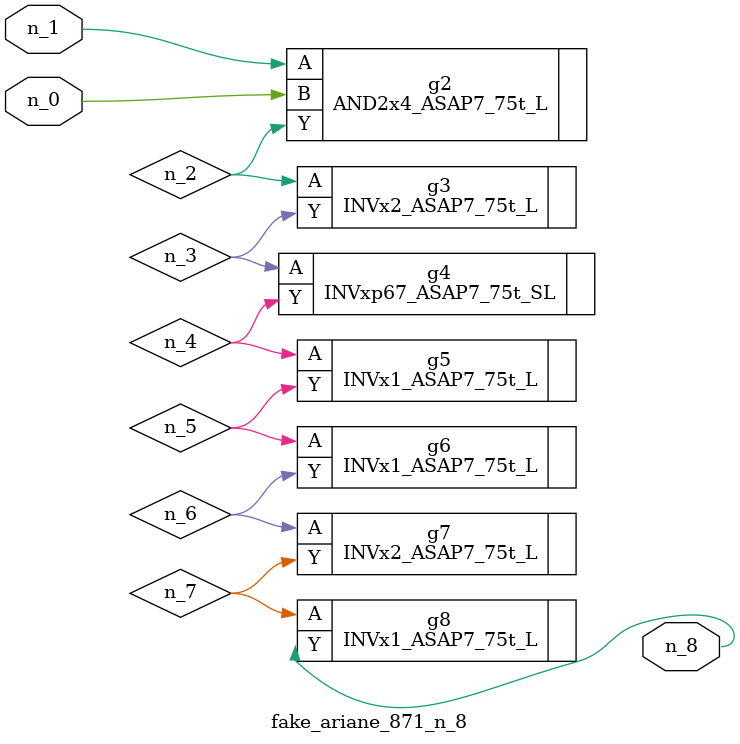
<source format=v>
module fake_ariane_871_n_8 (n_1, n_0, n_8);

input n_1;
input n_0;

output n_8;

wire n_3;
wire n_2;
wire n_7;
wire n_5;
wire n_6;
wire n_4;

AND2x4_ASAP7_75t_L g2 ( 
.A(n_1),
.B(n_0),
.Y(n_2)
);

INVx2_ASAP7_75t_L g3 ( 
.A(n_2),
.Y(n_3)
);

INVxp67_ASAP7_75t_SL g4 ( 
.A(n_3),
.Y(n_4)
);

INVx1_ASAP7_75t_L g5 ( 
.A(n_4),
.Y(n_5)
);

INVx1_ASAP7_75t_L g6 ( 
.A(n_5),
.Y(n_6)
);

INVx2_ASAP7_75t_L g7 ( 
.A(n_6),
.Y(n_7)
);

INVx1_ASAP7_75t_L g8 ( 
.A(n_7),
.Y(n_8)
);


endmodule
</source>
